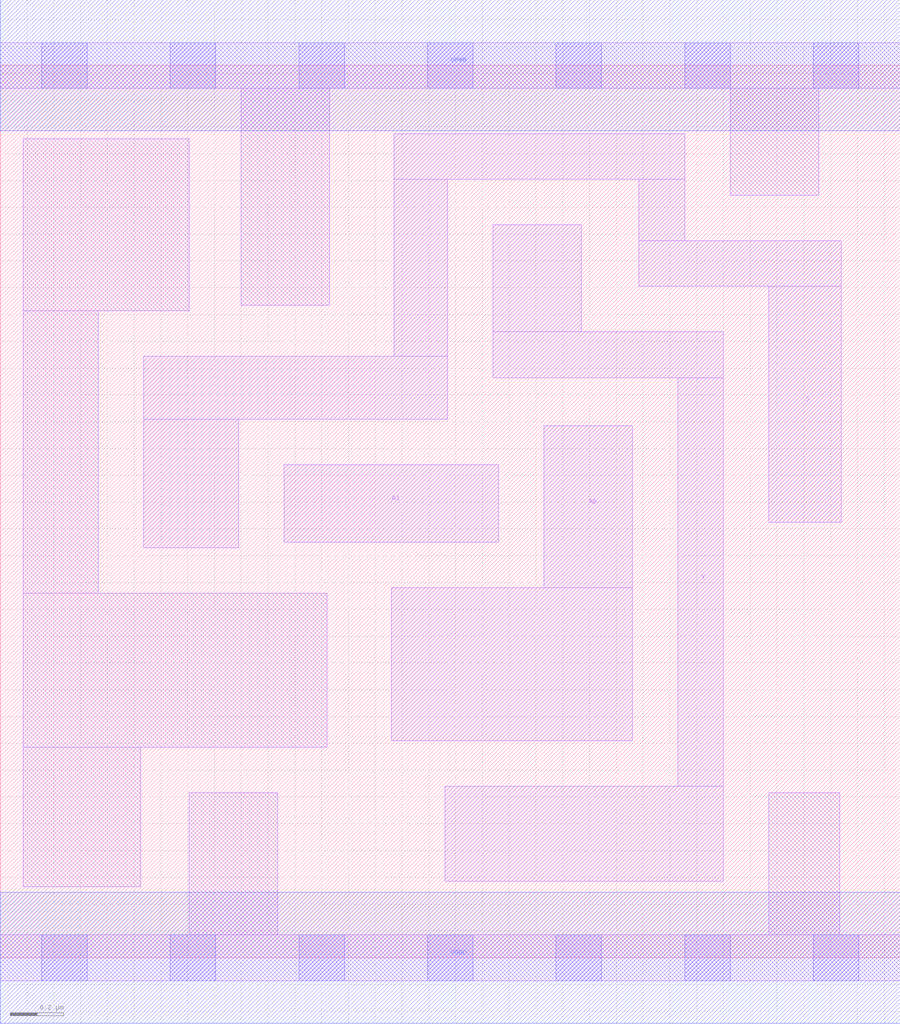
<source format=lef>
# Copyright 2020 The SkyWater PDK Authors
#
# Licensed under the Apache License, Version 2.0 (the "License");
# you may not use this file except in compliance with the License.
# You may obtain a copy of the License at
#
#     https://www.apache.org/licenses/LICENSE-2.0
#
# Unless required by applicable law or agreed to in writing, software
# distributed under the License is distributed on an "AS IS" BASIS,
# WITHOUT WARRANTIES OR CONDITIONS OF ANY KIND, either express or implied.
# See the License for the specific language governing permissions and
# limitations under the License.
#
# SPDX-License-Identifier: Apache-2.0

VERSION 5.7 ;
  NAMESCASESENSITIVE ON ;
  NOWIREEXTENSIONATPIN ON ;
  DIVIDERCHAR "/" ;
  BUSBITCHARS "[]" ;
UNITS
  DATABASE MICRONS 200 ;
END UNITS
MACRO sky130_fd_sc_lp__mux2i_0
  CLASS CORE ;
  SOURCE USER ;
  FOREIGN sky130_fd_sc_lp__mux2i_0 ;
  ORIGIN  0.000000  0.000000 ;
  SIZE  3.360000 BY  3.330000 ;
  SYMMETRY X Y R90 ;
  SITE unit ;
  PIN A0
    ANTENNAGATEAREA  0.159000 ;
    DIRECTION INPUT ;
    USE SIGNAL ;
    PORT
      LAYER li1 ;
        RECT 1.460000 0.810000 2.360000 1.380000 ;
        RECT 2.030000 1.380000 2.360000 1.985000 ;
    END
  END A0
  PIN A1
    ANTENNAGATEAREA  0.159000 ;
    DIRECTION INPUT ;
    USE SIGNAL ;
    PORT
      LAYER li1 ;
        RECT 1.060000 1.550000 1.860000 1.840000 ;
    END
  END A1
  PIN S
    ANTENNAGATEAREA  0.318000 ;
    DIRECTION INPUT ;
    USE SIGNAL ;
    PORT
      LAYER li1 ;
        RECT 0.535000 1.530000 0.890000 2.010000 ;
        RECT 0.535000 2.010000 1.670000 2.245000 ;
        RECT 1.470000 2.245000 1.670000 2.905000 ;
        RECT 1.470000 2.905000 2.555000 3.075000 ;
        RECT 2.385000 2.505000 3.140000 2.675000 ;
        RECT 2.385000 2.675000 2.555000 2.905000 ;
        RECT 2.870000 1.625000 3.140000 2.505000 ;
    END
  END S
  PIN Y
    ANTENNADIFFAREA  0.403600 ;
    DIRECTION OUTPUT ;
    USE SIGNAL ;
    PORT
      LAYER li1 ;
        RECT 1.660000 0.285000 2.700000 0.640000 ;
        RECT 1.840000 2.165000 2.700000 2.335000 ;
        RECT 1.840000 2.335000 2.170000 2.735000 ;
        RECT 2.530000 0.640000 2.700000 2.165000 ;
    END
  END Y
  PIN VGND
    DIRECTION INOUT ;
    USE GROUND ;
    PORT
      LAYER met1 ;
        RECT 0.000000 -0.245000 3.360000 0.245000 ;
    END
  END VGND
  PIN VPWR
    DIRECTION INOUT ;
    USE POWER ;
    PORT
      LAYER met1 ;
        RECT 0.000000 3.085000 3.360000 3.575000 ;
    END
  END VPWR
  OBS
    LAYER li1 ;
      RECT 0.000000 -0.085000 3.360000 0.085000 ;
      RECT 0.000000  3.245000 3.360000 3.415000 ;
      RECT 0.085000  0.265000 0.525000 0.785000 ;
      RECT 0.085000  0.785000 1.220000 1.360000 ;
      RECT 0.085000  1.360000 0.365000 2.415000 ;
      RECT 0.085000  2.415000 0.705000 3.055000 ;
      RECT 0.705000  0.085000 1.035000 0.615000 ;
      RECT 0.900000  2.435000 1.230000 3.245000 ;
      RECT 2.725000  2.845000 3.055000 3.245000 ;
      RECT 2.870000  0.085000 3.135000 0.615000 ;
    LAYER mcon ;
      RECT 0.155000 -0.085000 0.325000 0.085000 ;
      RECT 0.155000  3.245000 0.325000 3.415000 ;
      RECT 0.635000 -0.085000 0.805000 0.085000 ;
      RECT 0.635000  3.245000 0.805000 3.415000 ;
      RECT 1.115000 -0.085000 1.285000 0.085000 ;
      RECT 1.115000  3.245000 1.285000 3.415000 ;
      RECT 1.595000 -0.085000 1.765000 0.085000 ;
      RECT 1.595000  3.245000 1.765000 3.415000 ;
      RECT 2.075000 -0.085000 2.245000 0.085000 ;
      RECT 2.075000  3.245000 2.245000 3.415000 ;
      RECT 2.555000 -0.085000 2.725000 0.085000 ;
      RECT 2.555000  3.245000 2.725000 3.415000 ;
      RECT 3.035000 -0.085000 3.205000 0.085000 ;
      RECT 3.035000  3.245000 3.205000 3.415000 ;
  END
END sky130_fd_sc_lp__mux2i_0

</source>
